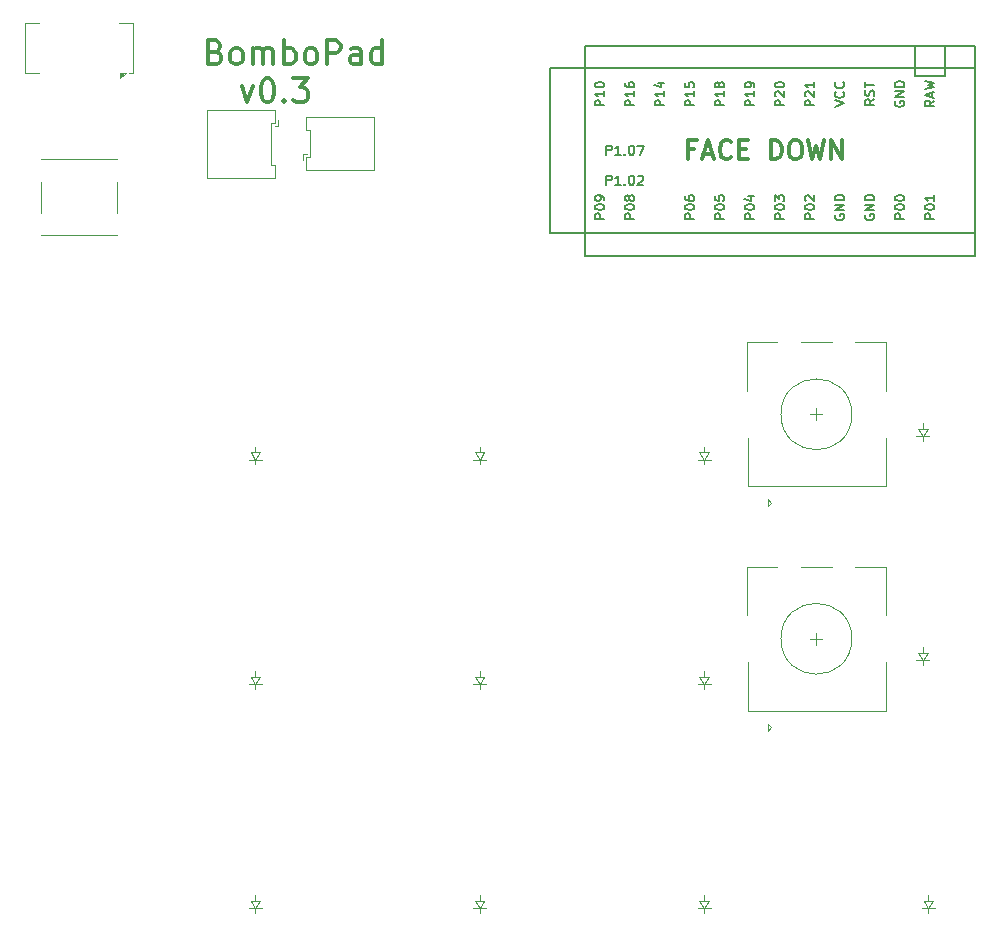
<source format=gbr>
%TF.GenerationSoftware,KiCad,Pcbnew,8.0.4*%
%TF.CreationDate,2024-09-01T19:46:58+02:00*%
%TF.ProjectId,bombopad,626f6d62-6f70-4616-942e-6b696361645f,v1.0.0*%
%TF.SameCoordinates,Original*%
%TF.FileFunction,Legend,Top*%
%TF.FilePolarity,Positive*%
%FSLAX46Y46*%
G04 Gerber Fmt 4.6, Leading zero omitted, Abs format (unit mm)*
G04 Created by KiCad (PCBNEW 8.0.4) date 2024-09-01 19:46:58*
%MOMM*%
%LPD*%
G01*
G04 APERTURE LIST*
%ADD10C,0.300000*%
%ADD11C,0.150000*%
%ADD12C,0.120000*%
%ADD13C,0.100000*%
G04 APERTURE END LIST*
D10*
X37281225Y-19754531D02*
X37566939Y-19849769D01*
X37566939Y-19849769D02*
X37662177Y-19945007D01*
X37662177Y-19945007D02*
X37757415Y-20135483D01*
X37757415Y-20135483D02*
X37757415Y-20421197D01*
X37757415Y-20421197D02*
X37662177Y-20611673D01*
X37662177Y-20611673D02*
X37566939Y-20706912D01*
X37566939Y-20706912D02*
X37376463Y-20802150D01*
X37376463Y-20802150D02*
X36614558Y-20802150D01*
X36614558Y-20802150D02*
X36614558Y-18802150D01*
X36614558Y-18802150D02*
X37281225Y-18802150D01*
X37281225Y-18802150D02*
X37471701Y-18897388D01*
X37471701Y-18897388D02*
X37566939Y-18992626D01*
X37566939Y-18992626D02*
X37662177Y-19183102D01*
X37662177Y-19183102D02*
X37662177Y-19373578D01*
X37662177Y-19373578D02*
X37566939Y-19564054D01*
X37566939Y-19564054D02*
X37471701Y-19659292D01*
X37471701Y-19659292D02*
X37281225Y-19754531D01*
X37281225Y-19754531D02*
X36614558Y-19754531D01*
X38900272Y-20802150D02*
X38709796Y-20706912D01*
X38709796Y-20706912D02*
X38614558Y-20611673D01*
X38614558Y-20611673D02*
X38519320Y-20421197D01*
X38519320Y-20421197D02*
X38519320Y-19849769D01*
X38519320Y-19849769D02*
X38614558Y-19659292D01*
X38614558Y-19659292D02*
X38709796Y-19564054D01*
X38709796Y-19564054D02*
X38900272Y-19468816D01*
X38900272Y-19468816D02*
X39185987Y-19468816D01*
X39185987Y-19468816D02*
X39376463Y-19564054D01*
X39376463Y-19564054D02*
X39471701Y-19659292D01*
X39471701Y-19659292D02*
X39566939Y-19849769D01*
X39566939Y-19849769D02*
X39566939Y-20421197D01*
X39566939Y-20421197D02*
X39471701Y-20611673D01*
X39471701Y-20611673D02*
X39376463Y-20706912D01*
X39376463Y-20706912D02*
X39185987Y-20802150D01*
X39185987Y-20802150D02*
X38900272Y-20802150D01*
X40424082Y-20802150D02*
X40424082Y-19468816D01*
X40424082Y-19659292D02*
X40519320Y-19564054D01*
X40519320Y-19564054D02*
X40709796Y-19468816D01*
X40709796Y-19468816D02*
X40995511Y-19468816D01*
X40995511Y-19468816D02*
X41185987Y-19564054D01*
X41185987Y-19564054D02*
X41281225Y-19754531D01*
X41281225Y-19754531D02*
X41281225Y-20802150D01*
X41281225Y-19754531D02*
X41376463Y-19564054D01*
X41376463Y-19564054D02*
X41566939Y-19468816D01*
X41566939Y-19468816D02*
X41852653Y-19468816D01*
X41852653Y-19468816D02*
X42043130Y-19564054D01*
X42043130Y-19564054D02*
X42138368Y-19754531D01*
X42138368Y-19754531D02*
X42138368Y-20802150D01*
X43090749Y-20802150D02*
X43090749Y-18802150D01*
X43090749Y-19564054D02*
X43281225Y-19468816D01*
X43281225Y-19468816D02*
X43662178Y-19468816D01*
X43662178Y-19468816D02*
X43852654Y-19564054D01*
X43852654Y-19564054D02*
X43947892Y-19659292D01*
X43947892Y-19659292D02*
X44043130Y-19849769D01*
X44043130Y-19849769D02*
X44043130Y-20421197D01*
X44043130Y-20421197D02*
X43947892Y-20611673D01*
X43947892Y-20611673D02*
X43852654Y-20706912D01*
X43852654Y-20706912D02*
X43662178Y-20802150D01*
X43662178Y-20802150D02*
X43281225Y-20802150D01*
X43281225Y-20802150D02*
X43090749Y-20706912D01*
X45185987Y-20802150D02*
X44995511Y-20706912D01*
X44995511Y-20706912D02*
X44900273Y-20611673D01*
X44900273Y-20611673D02*
X44805035Y-20421197D01*
X44805035Y-20421197D02*
X44805035Y-19849769D01*
X44805035Y-19849769D02*
X44900273Y-19659292D01*
X44900273Y-19659292D02*
X44995511Y-19564054D01*
X44995511Y-19564054D02*
X45185987Y-19468816D01*
X45185987Y-19468816D02*
X45471702Y-19468816D01*
X45471702Y-19468816D02*
X45662178Y-19564054D01*
X45662178Y-19564054D02*
X45757416Y-19659292D01*
X45757416Y-19659292D02*
X45852654Y-19849769D01*
X45852654Y-19849769D02*
X45852654Y-20421197D01*
X45852654Y-20421197D02*
X45757416Y-20611673D01*
X45757416Y-20611673D02*
X45662178Y-20706912D01*
X45662178Y-20706912D02*
X45471702Y-20802150D01*
X45471702Y-20802150D02*
X45185987Y-20802150D01*
X46709797Y-20802150D02*
X46709797Y-18802150D01*
X46709797Y-18802150D02*
X47471702Y-18802150D01*
X47471702Y-18802150D02*
X47662178Y-18897388D01*
X47662178Y-18897388D02*
X47757416Y-18992626D01*
X47757416Y-18992626D02*
X47852654Y-19183102D01*
X47852654Y-19183102D02*
X47852654Y-19468816D01*
X47852654Y-19468816D02*
X47757416Y-19659292D01*
X47757416Y-19659292D02*
X47662178Y-19754531D01*
X47662178Y-19754531D02*
X47471702Y-19849769D01*
X47471702Y-19849769D02*
X46709797Y-19849769D01*
X49566940Y-20802150D02*
X49566940Y-19754531D01*
X49566940Y-19754531D02*
X49471702Y-19564054D01*
X49471702Y-19564054D02*
X49281226Y-19468816D01*
X49281226Y-19468816D02*
X48900273Y-19468816D01*
X48900273Y-19468816D02*
X48709797Y-19564054D01*
X49566940Y-20706912D02*
X49376464Y-20802150D01*
X49376464Y-20802150D02*
X48900273Y-20802150D01*
X48900273Y-20802150D02*
X48709797Y-20706912D01*
X48709797Y-20706912D02*
X48614559Y-20516435D01*
X48614559Y-20516435D02*
X48614559Y-20325959D01*
X48614559Y-20325959D02*
X48709797Y-20135483D01*
X48709797Y-20135483D02*
X48900273Y-20040245D01*
X48900273Y-20040245D02*
X49376464Y-20040245D01*
X49376464Y-20040245D02*
X49566940Y-19945007D01*
X51376464Y-20802150D02*
X51376464Y-18802150D01*
X51376464Y-20706912D02*
X51185988Y-20802150D01*
X51185988Y-20802150D02*
X50805035Y-20802150D01*
X50805035Y-20802150D02*
X50614559Y-20706912D01*
X50614559Y-20706912D02*
X50519321Y-20611673D01*
X50519321Y-20611673D02*
X50424083Y-20421197D01*
X50424083Y-20421197D02*
X50424083Y-19849769D01*
X50424083Y-19849769D02*
X50519321Y-19659292D01*
X50519321Y-19659292D02*
X50614559Y-19564054D01*
X50614559Y-19564054D02*
X50805035Y-19468816D01*
X50805035Y-19468816D02*
X51185988Y-19468816D01*
X51185988Y-19468816D02*
X51376464Y-19564054D01*
X39471702Y-22688704D02*
X39947892Y-24022038D01*
X39947892Y-24022038D02*
X40424083Y-22688704D01*
X41566940Y-22022038D02*
X41757417Y-22022038D01*
X41757417Y-22022038D02*
X41947893Y-22117276D01*
X41947893Y-22117276D02*
X42043131Y-22212514D01*
X42043131Y-22212514D02*
X42138369Y-22402990D01*
X42138369Y-22402990D02*
X42233607Y-22783942D01*
X42233607Y-22783942D02*
X42233607Y-23260133D01*
X42233607Y-23260133D02*
X42138369Y-23641085D01*
X42138369Y-23641085D02*
X42043131Y-23831561D01*
X42043131Y-23831561D02*
X41947893Y-23926800D01*
X41947893Y-23926800D02*
X41757417Y-24022038D01*
X41757417Y-24022038D02*
X41566940Y-24022038D01*
X41566940Y-24022038D02*
X41376464Y-23926800D01*
X41376464Y-23926800D02*
X41281226Y-23831561D01*
X41281226Y-23831561D02*
X41185988Y-23641085D01*
X41185988Y-23641085D02*
X41090750Y-23260133D01*
X41090750Y-23260133D02*
X41090750Y-22783942D01*
X41090750Y-22783942D02*
X41185988Y-22402990D01*
X41185988Y-22402990D02*
X41281226Y-22212514D01*
X41281226Y-22212514D02*
X41376464Y-22117276D01*
X41376464Y-22117276D02*
X41566940Y-22022038D01*
X43090750Y-23831561D02*
X43185988Y-23926800D01*
X43185988Y-23926800D02*
X43090750Y-24022038D01*
X43090750Y-24022038D02*
X42995512Y-23926800D01*
X42995512Y-23926800D02*
X43090750Y-23831561D01*
X43090750Y-23831561D02*
X43090750Y-24022038D01*
X43852655Y-22022038D02*
X45090750Y-22022038D01*
X45090750Y-22022038D02*
X44424083Y-22783942D01*
X44424083Y-22783942D02*
X44709798Y-22783942D01*
X44709798Y-22783942D02*
X44900274Y-22879180D01*
X44900274Y-22879180D02*
X44995512Y-22974419D01*
X44995512Y-22974419D02*
X45090750Y-23164895D01*
X45090750Y-23164895D02*
X45090750Y-23641085D01*
X45090750Y-23641085D02*
X44995512Y-23831561D01*
X44995512Y-23831561D02*
X44900274Y-23926800D01*
X44900274Y-23926800D02*
X44709798Y-24022038D01*
X44709798Y-24022038D02*
X44138369Y-24022038D01*
X44138369Y-24022038D02*
X43947893Y-23926800D01*
X43947893Y-23926800D02*
X43852655Y-23831561D01*
D11*
X98127295Y-23894380D02*
X97746342Y-24161047D01*
X98127295Y-24351523D02*
X97327295Y-24351523D01*
X97327295Y-24351523D02*
X97327295Y-24046761D01*
X97327295Y-24046761D02*
X97365390Y-23970571D01*
X97365390Y-23970571D02*
X97403485Y-23932476D01*
X97403485Y-23932476D02*
X97479676Y-23894380D01*
X97479676Y-23894380D02*
X97593961Y-23894380D01*
X97593961Y-23894380D02*
X97670152Y-23932476D01*
X97670152Y-23932476D02*
X97708247Y-23970571D01*
X97708247Y-23970571D02*
X97746342Y-24046761D01*
X97746342Y-24046761D02*
X97746342Y-24351523D01*
X97898723Y-23589619D02*
X97898723Y-23208666D01*
X98127295Y-23665809D02*
X97327295Y-23399142D01*
X97327295Y-23399142D02*
X98127295Y-23132476D01*
X97327295Y-22942000D02*
X98127295Y-22751524D01*
X98127295Y-22751524D02*
X97555866Y-22599143D01*
X97555866Y-22599143D02*
X98127295Y-22446762D01*
X98127295Y-22446762D02*
X97327295Y-22256286D01*
X72727295Y-24313428D02*
X71927295Y-24313428D01*
X71927295Y-24313428D02*
X71927295Y-24008666D01*
X71927295Y-24008666D02*
X71965390Y-23932476D01*
X71965390Y-23932476D02*
X72003485Y-23894381D01*
X72003485Y-23894381D02*
X72079676Y-23856285D01*
X72079676Y-23856285D02*
X72193961Y-23856285D01*
X72193961Y-23856285D02*
X72270152Y-23894381D01*
X72270152Y-23894381D02*
X72308247Y-23932476D01*
X72308247Y-23932476D02*
X72346342Y-24008666D01*
X72346342Y-24008666D02*
X72346342Y-24313428D01*
X72727295Y-23094381D02*
X72727295Y-23551524D01*
X72727295Y-23322952D02*
X71927295Y-23322952D01*
X71927295Y-23322952D02*
X72041580Y-23399143D01*
X72041580Y-23399143D02*
X72117771Y-23475333D01*
X72117771Y-23475333D02*
X72155866Y-23551524D01*
X71927295Y-22408666D02*
X71927295Y-22561047D01*
X71927295Y-22561047D02*
X71965390Y-22637238D01*
X71965390Y-22637238D02*
X72003485Y-22675333D01*
X72003485Y-22675333D02*
X72117771Y-22751523D01*
X72117771Y-22751523D02*
X72270152Y-22789619D01*
X72270152Y-22789619D02*
X72574914Y-22789619D01*
X72574914Y-22789619D02*
X72651104Y-22751523D01*
X72651104Y-22751523D02*
X72689200Y-22713428D01*
X72689200Y-22713428D02*
X72727295Y-22637238D01*
X72727295Y-22637238D02*
X72727295Y-22484857D01*
X72727295Y-22484857D02*
X72689200Y-22408666D01*
X72689200Y-22408666D02*
X72651104Y-22370571D01*
X72651104Y-22370571D02*
X72574914Y-22332476D01*
X72574914Y-22332476D02*
X72384438Y-22332476D01*
X72384438Y-22332476D02*
X72308247Y-22370571D01*
X72308247Y-22370571D02*
X72270152Y-22408666D01*
X72270152Y-22408666D02*
X72232057Y-22484857D01*
X72232057Y-22484857D02*
X72232057Y-22637238D01*
X72232057Y-22637238D02*
X72270152Y-22713428D01*
X72270152Y-22713428D02*
X72308247Y-22751523D01*
X72308247Y-22751523D02*
X72384438Y-22789619D01*
X85427295Y-24313428D02*
X84627295Y-24313428D01*
X84627295Y-24313428D02*
X84627295Y-24008666D01*
X84627295Y-24008666D02*
X84665390Y-23932476D01*
X84665390Y-23932476D02*
X84703485Y-23894381D01*
X84703485Y-23894381D02*
X84779676Y-23856285D01*
X84779676Y-23856285D02*
X84893961Y-23856285D01*
X84893961Y-23856285D02*
X84970152Y-23894381D01*
X84970152Y-23894381D02*
X85008247Y-23932476D01*
X85008247Y-23932476D02*
X85046342Y-24008666D01*
X85046342Y-24008666D02*
X85046342Y-24313428D01*
X84703485Y-23551524D02*
X84665390Y-23513428D01*
X84665390Y-23513428D02*
X84627295Y-23437238D01*
X84627295Y-23437238D02*
X84627295Y-23246762D01*
X84627295Y-23246762D02*
X84665390Y-23170571D01*
X84665390Y-23170571D02*
X84703485Y-23132476D01*
X84703485Y-23132476D02*
X84779676Y-23094381D01*
X84779676Y-23094381D02*
X84855866Y-23094381D01*
X84855866Y-23094381D02*
X84970152Y-23132476D01*
X84970152Y-23132476D02*
X85427295Y-23589619D01*
X85427295Y-23589619D02*
X85427295Y-23094381D01*
X84627295Y-22599142D02*
X84627295Y-22522952D01*
X84627295Y-22522952D02*
X84665390Y-22446761D01*
X84665390Y-22446761D02*
X84703485Y-22408666D01*
X84703485Y-22408666D02*
X84779676Y-22370571D01*
X84779676Y-22370571D02*
X84932057Y-22332476D01*
X84932057Y-22332476D02*
X85122533Y-22332476D01*
X85122533Y-22332476D02*
X85274914Y-22370571D01*
X85274914Y-22370571D02*
X85351104Y-22408666D01*
X85351104Y-22408666D02*
X85389200Y-22446761D01*
X85389200Y-22446761D02*
X85427295Y-22522952D01*
X85427295Y-22522952D02*
X85427295Y-22599142D01*
X85427295Y-22599142D02*
X85389200Y-22675333D01*
X85389200Y-22675333D02*
X85351104Y-22713428D01*
X85351104Y-22713428D02*
X85274914Y-22751523D01*
X85274914Y-22751523D02*
X85122533Y-22789619D01*
X85122533Y-22789619D02*
X84932057Y-22789619D01*
X84932057Y-22789619D02*
X84779676Y-22751523D01*
X84779676Y-22751523D02*
X84703485Y-22713428D01*
X84703485Y-22713428D02*
X84665390Y-22675333D01*
X84665390Y-22675333D02*
X84627295Y-22599142D01*
X70362143Y-28504295D02*
X70362143Y-27704295D01*
X70362143Y-27704295D02*
X70666905Y-27704295D01*
X70666905Y-27704295D02*
X70743095Y-27742390D01*
X70743095Y-27742390D02*
X70781190Y-27780485D01*
X70781190Y-27780485D02*
X70819286Y-27856676D01*
X70819286Y-27856676D02*
X70819286Y-27970961D01*
X70819286Y-27970961D02*
X70781190Y-28047152D01*
X70781190Y-28047152D02*
X70743095Y-28085247D01*
X70743095Y-28085247D02*
X70666905Y-28123342D01*
X70666905Y-28123342D02*
X70362143Y-28123342D01*
X71581190Y-28504295D02*
X71124047Y-28504295D01*
X71352619Y-28504295D02*
X71352619Y-27704295D01*
X71352619Y-27704295D02*
X71276428Y-27818580D01*
X71276428Y-27818580D02*
X71200238Y-27894771D01*
X71200238Y-27894771D02*
X71124047Y-27932866D01*
X71924048Y-28428104D02*
X71962143Y-28466200D01*
X71962143Y-28466200D02*
X71924048Y-28504295D01*
X71924048Y-28504295D02*
X71885952Y-28466200D01*
X71885952Y-28466200D02*
X71924048Y-28428104D01*
X71924048Y-28428104D02*
X71924048Y-28504295D01*
X72457381Y-27704295D02*
X72533571Y-27704295D01*
X72533571Y-27704295D02*
X72609762Y-27742390D01*
X72609762Y-27742390D02*
X72647857Y-27780485D01*
X72647857Y-27780485D02*
X72685952Y-27856676D01*
X72685952Y-27856676D02*
X72724047Y-28009057D01*
X72724047Y-28009057D02*
X72724047Y-28199533D01*
X72724047Y-28199533D02*
X72685952Y-28351914D01*
X72685952Y-28351914D02*
X72647857Y-28428104D01*
X72647857Y-28428104D02*
X72609762Y-28466200D01*
X72609762Y-28466200D02*
X72533571Y-28504295D01*
X72533571Y-28504295D02*
X72457381Y-28504295D01*
X72457381Y-28504295D02*
X72381190Y-28466200D01*
X72381190Y-28466200D02*
X72343095Y-28428104D01*
X72343095Y-28428104D02*
X72305000Y-28351914D01*
X72305000Y-28351914D02*
X72266904Y-28199533D01*
X72266904Y-28199533D02*
X72266904Y-28009057D01*
X72266904Y-28009057D02*
X72305000Y-27856676D01*
X72305000Y-27856676D02*
X72343095Y-27780485D01*
X72343095Y-27780485D02*
X72381190Y-27742390D01*
X72381190Y-27742390D02*
X72457381Y-27704295D01*
X72990714Y-27704295D02*
X73524048Y-27704295D01*
X73524048Y-27704295D02*
X73181190Y-28504295D01*
X98127295Y-33913428D02*
X97327295Y-33913428D01*
X97327295Y-33913428D02*
X97327295Y-33608666D01*
X97327295Y-33608666D02*
X97365390Y-33532476D01*
X97365390Y-33532476D02*
X97403485Y-33494381D01*
X97403485Y-33494381D02*
X97479676Y-33456285D01*
X97479676Y-33456285D02*
X97593961Y-33456285D01*
X97593961Y-33456285D02*
X97670152Y-33494381D01*
X97670152Y-33494381D02*
X97708247Y-33532476D01*
X97708247Y-33532476D02*
X97746342Y-33608666D01*
X97746342Y-33608666D02*
X97746342Y-33913428D01*
X97327295Y-32961047D02*
X97327295Y-32884857D01*
X97327295Y-32884857D02*
X97365390Y-32808666D01*
X97365390Y-32808666D02*
X97403485Y-32770571D01*
X97403485Y-32770571D02*
X97479676Y-32732476D01*
X97479676Y-32732476D02*
X97632057Y-32694381D01*
X97632057Y-32694381D02*
X97822533Y-32694381D01*
X97822533Y-32694381D02*
X97974914Y-32732476D01*
X97974914Y-32732476D02*
X98051104Y-32770571D01*
X98051104Y-32770571D02*
X98089200Y-32808666D01*
X98089200Y-32808666D02*
X98127295Y-32884857D01*
X98127295Y-32884857D02*
X98127295Y-32961047D01*
X98127295Y-32961047D02*
X98089200Y-33037238D01*
X98089200Y-33037238D02*
X98051104Y-33075333D01*
X98051104Y-33075333D02*
X97974914Y-33113428D01*
X97974914Y-33113428D02*
X97822533Y-33151524D01*
X97822533Y-33151524D02*
X97632057Y-33151524D01*
X97632057Y-33151524D02*
X97479676Y-33113428D01*
X97479676Y-33113428D02*
X97403485Y-33075333D01*
X97403485Y-33075333D02*
X97365390Y-33037238D01*
X97365390Y-33037238D02*
X97327295Y-32961047D01*
X98127295Y-31932476D02*
X98127295Y-32389619D01*
X98127295Y-32161047D02*
X97327295Y-32161047D01*
X97327295Y-32161047D02*
X97441580Y-32237238D01*
X97441580Y-32237238D02*
X97517771Y-32313428D01*
X97517771Y-32313428D02*
X97555866Y-32389619D01*
X82887295Y-33913428D02*
X82087295Y-33913428D01*
X82087295Y-33913428D02*
X82087295Y-33608666D01*
X82087295Y-33608666D02*
X82125390Y-33532476D01*
X82125390Y-33532476D02*
X82163485Y-33494381D01*
X82163485Y-33494381D02*
X82239676Y-33456285D01*
X82239676Y-33456285D02*
X82353961Y-33456285D01*
X82353961Y-33456285D02*
X82430152Y-33494381D01*
X82430152Y-33494381D02*
X82468247Y-33532476D01*
X82468247Y-33532476D02*
X82506342Y-33608666D01*
X82506342Y-33608666D02*
X82506342Y-33913428D01*
X82087295Y-32961047D02*
X82087295Y-32884857D01*
X82087295Y-32884857D02*
X82125390Y-32808666D01*
X82125390Y-32808666D02*
X82163485Y-32770571D01*
X82163485Y-32770571D02*
X82239676Y-32732476D01*
X82239676Y-32732476D02*
X82392057Y-32694381D01*
X82392057Y-32694381D02*
X82582533Y-32694381D01*
X82582533Y-32694381D02*
X82734914Y-32732476D01*
X82734914Y-32732476D02*
X82811104Y-32770571D01*
X82811104Y-32770571D02*
X82849200Y-32808666D01*
X82849200Y-32808666D02*
X82887295Y-32884857D01*
X82887295Y-32884857D02*
X82887295Y-32961047D01*
X82887295Y-32961047D02*
X82849200Y-33037238D01*
X82849200Y-33037238D02*
X82811104Y-33075333D01*
X82811104Y-33075333D02*
X82734914Y-33113428D01*
X82734914Y-33113428D02*
X82582533Y-33151524D01*
X82582533Y-33151524D02*
X82392057Y-33151524D01*
X82392057Y-33151524D02*
X82239676Y-33113428D01*
X82239676Y-33113428D02*
X82163485Y-33075333D01*
X82163485Y-33075333D02*
X82125390Y-33037238D01*
X82125390Y-33037238D02*
X82087295Y-32961047D01*
X82353961Y-32008666D02*
X82887295Y-32008666D01*
X82049200Y-32199142D02*
X82620628Y-32389619D01*
X82620628Y-32389619D02*
X82620628Y-31894380D01*
X70362143Y-31044295D02*
X70362143Y-30244295D01*
X70362143Y-30244295D02*
X70666905Y-30244295D01*
X70666905Y-30244295D02*
X70743095Y-30282390D01*
X70743095Y-30282390D02*
X70781190Y-30320485D01*
X70781190Y-30320485D02*
X70819286Y-30396676D01*
X70819286Y-30396676D02*
X70819286Y-30510961D01*
X70819286Y-30510961D02*
X70781190Y-30587152D01*
X70781190Y-30587152D02*
X70743095Y-30625247D01*
X70743095Y-30625247D02*
X70666905Y-30663342D01*
X70666905Y-30663342D02*
X70362143Y-30663342D01*
X71581190Y-31044295D02*
X71124047Y-31044295D01*
X71352619Y-31044295D02*
X71352619Y-30244295D01*
X71352619Y-30244295D02*
X71276428Y-30358580D01*
X71276428Y-30358580D02*
X71200238Y-30434771D01*
X71200238Y-30434771D02*
X71124047Y-30472866D01*
X71924048Y-30968104D02*
X71962143Y-31006200D01*
X71962143Y-31006200D02*
X71924048Y-31044295D01*
X71924048Y-31044295D02*
X71885952Y-31006200D01*
X71885952Y-31006200D02*
X71924048Y-30968104D01*
X71924048Y-30968104D02*
X71924048Y-31044295D01*
X72457381Y-30244295D02*
X72533571Y-30244295D01*
X72533571Y-30244295D02*
X72609762Y-30282390D01*
X72609762Y-30282390D02*
X72647857Y-30320485D01*
X72647857Y-30320485D02*
X72685952Y-30396676D01*
X72685952Y-30396676D02*
X72724047Y-30549057D01*
X72724047Y-30549057D02*
X72724047Y-30739533D01*
X72724047Y-30739533D02*
X72685952Y-30891914D01*
X72685952Y-30891914D02*
X72647857Y-30968104D01*
X72647857Y-30968104D02*
X72609762Y-31006200D01*
X72609762Y-31006200D02*
X72533571Y-31044295D01*
X72533571Y-31044295D02*
X72457381Y-31044295D01*
X72457381Y-31044295D02*
X72381190Y-31006200D01*
X72381190Y-31006200D02*
X72343095Y-30968104D01*
X72343095Y-30968104D02*
X72305000Y-30891914D01*
X72305000Y-30891914D02*
X72266904Y-30739533D01*
X72266904Y-30739533D02*
X72266904Y-30549057D01*
X72266904Y-30549057D02*
X72305000Y-30396676D01*
X72305000Y-30396676D02*
X72343095Y-30320485D01*
X72343095Y-30320485D02*
X72381190Y-30282390D01*
X72381190Y-30282390D02*
X72457381Y-30244295D01*
X73028809Y-30320485D02*
X73066905Y-30282390D01*
X73066905Y-30282390D02*
X73143095Y-30244295D01*
X73143095Y-30244295D02*
X73333571Y-30244295D01*
X73333571Y-30244295D02*
X73409762Y-30282390D01*
X73409762Y-30282390D02*
X73447857Y-30320485D01*
X73447857Y-30320485D02*
X73485952Y-30396676D01*
X73485952Y-30396676D02*
X73485952Y-30472866D01*
X73485952Y-30472866D02*
X73447857Y-30587152D01*
X73447857Y-30587152D02*
X72990714Y-31044295D01*
X72990714Y-31044295D02*
X73485952Y-31044295D01*
X92285390Y-33551523D02*
X92247295Y-33627713D01*
X92247295Y-33627713D02*
X92247295Y-33741999D01*
X92247295Y-33741999D02*
X92285390Y-33856285D01*
X92285390Y-33856285D02*
X92361580Y-33932475D01*
X92361580Y-33932475D02*
X92437771Y-33970570D01*
X92437771Y-33970570D02*
X92590152Y-34008666D01*
X92590152Y-34008666D02*
X92704438Y-34008666D01*
X92704438Y-34008666D02*
X92856819Y-33970570D01*
X92856819Y-33970570D02*
X92933009Y-33932475D01*
X92933009Y-33932475D02*
X93009200Y-33856285D01*
X93009200Y-33856285D02*
X93047295Y-33741999D01*
X93047295Y-33741999D02*
X93047295Y-33665808D01*
X93047295Y-33665808D02*
X93009200Y-33551523D01*
X93009200Y-33551523D02*
X92971104Y-33513427D01*
X92971104Y-33513427D02*
X92704438Y-33513427D01*
X92704438Y-33513427D02*
X92704438Y-33665808D01*
X93047295Y-33170570D02*
X92247295Y-33170570D01*
X92247295Y-33170570D02*
X93047295Y-32713427D01*
X93047295Y-32713427D02*
X92247295Y-32713427D01*
X93047295Y-32332475D02*
X92247295Y-32332475D01*
X92247295Y-32332475D02*
X92247295Y-32141999D01*
X92247295Y-32141999D02*
X92285390Y-32027713D01*
X92285390Y-32027713D02*
X92361580Y-31951523D01*
X92361580Y-31951523D02*
X92437771Y-31913428D01*
X92437771Y-31913428D02*
X92590152Y-31875332D01*
X92590152Y-31875332D02*
X92704438Y-31875332D01*
X92704438Y-31875332D02*
X92856819Y-31913428D01*
X92856819Y-31913428D02*
X92933009Y-31951523D01*
X92933009Y-31951523D02*
X93009200Y-32027713D01*
X93009200Y-32027713D02*
X93047295Y-32141999D01*
X93047295Y-32141999D02*
X93047295Y-32332475D01*
X72727295Y-33913428D02*
X71927295Y-33913428D01*
X71927295Y-33913428D02*
X71927295Y-33608666D01*
X71927295Y-33608666D02*
X71965390Y-33532476D01*
X71965390Y-33532476D02*
X72003485Y-33494381D01*
X72003485Y-33494381D02*
X72079676Y-33456285D01*
X72079676Y-33456285D02*
X72193961Y-33456285D01*
X72193961Y-33456285D02*
X72270152Y-33494381D01*
X72270152Y-33494381D02*
X72308247Y-33532476D01*
X72308247Y-33532476D02*
X72346342Y-33608666D01*
X72346342Y-33608666D02*
X72346342Y-33913428D01*
X71927295Y-32961047D02*
X71927295Y-32884857D01*
X71927295Y-32884857D02*
X71965390Y-32808666D01*
X71965390Y-32808666D02*
X72003485Y-32770571D01*
X72003485Y-32770571D02*
X72079676Y-32732476D01*
X72079676Y-32732476D02*
X72232057Y-32694381D01*
X72232057Y-32694381D02*
X72422533Y-32694381D01*
X72422533Y-32694381D02*
X72574914Y-32732476D01*
X72574914Y-32732476D02*
X72651104Y-32770571D01*
X72651104Y-32770571D02*
X72689200Y-32808666D01*
X72689200Y-32808666D02*
X72727295Y-32884857D01*
X72727295Y-32884857D02*
X72727295Y-32961047D01*
X72727295Y-32961047D02*
X72689200Y-33037238D01*
X72689200Y-33037238D02*
X72651104Y-33075333D01*
X72651104Y-33075333D02*
X72574914Y-33113428D01*
X72574914Y-33113428D02*
X72422533Y-33151524D01*
X72422533Y-33151524D02*
X72232057Y-33151524D01*
X72232057Y-33151524D02*
X72079676Y-33113428D01*
X72079676Y-33113428D02*
X72003485Y-33075333D01*
X72003485Y-33075333D02*
X71965390Y-33037238D01*
X71965390Y-33037238D02*
X71927295Y-32961047D01*
X72270152Y-32237238D02*
X72232057Y-32313428D01*
X72232057Y-32313428D02*
X72193961Y-32351523D01*
X72193961Y-32351523D02*
X72117771Y-32389619D01*
X72117771Y-32389619D02*
X72079676Y-32389619D01*
X72079676Y-32389619D02*
X72003485Y-32351523D01*
X72003485Y-32351523D02*
X71965390Y-32313428D01*
X71965390Y-32313428D02*
X71927295Y-32237238D01*
X71927295Y-32237238D02*
X71927295Y-32084857D01*
X71927295Y-32084857D02*
X71965390Y-32008666D01*
X71965390Y-32008666D02*
X72003485Y-31970571D01*
X72003485Y-31970571D02*
X72079676Y-31932476D01*
X72079676Y-31932476D02*
X72117771Y-31932476D01*
X72117771Y-31932476D02*
X72193961Y-31970571D01*
X72193961Y-31970571D02*
X72232057Y-32008666D01*
X72232057Y-32008666D02*
X72270152Y-32084857D01*
X72270152Y-32084857D02*
X72270152Y-32237238D01*
X72270152Y-32237238D02*
X72308247Y-32313428D01*
X72308247Y-32313428D02*
X72346342Y-32351523D01*
X72346342Y-32351523D02*
X72422533Y-32389619D01*
X72422533Y-32389619D02*
X72574914Y-32389619D01*
X72574914Y-32389619D02*
X72651104Y-32351523D01*
X72651104Y-32351523D02*
X72689200Y-32313428D01*
X72689200Y-32313428D02*
X72727295Y-32237238D01*
X72727295Y-32237238D02*
X72727295Y-32084857D01*
X72727295Y-32084857D02*
X72689200Y-32008666D01*
X72689200Y-32008666D02*
X72651104Y-31970571D01*
X72651104Y-31970571D02*
X72574914Y-31932476D01*
X72574914Y-31932476D02*
X72422533Y-31932476D01*
X72422533Y-31932476D02*
X72346342Y-31970571D01*
X72346342Y-31970571D02*
X72308247Y-32008666D01*
X72308247Y-32008666D02*
X72270152Y-32084857D01*
D10*
X77814047Y-28028495D02*
X77280714Y-28028495D01*
X77280714Y-28866590D02*
X77280714Y-27266590D01*
X77280714Y-27266590D02*
X78042619Y-27266590D01*
X78575952Y-28409447D02*
X79337857Y-28409447D01*
X78423571Y-28866590D02*
X78956905Y-27266590D01*
X78956905Y-27266590D02*
X79490238Y-28866590D01*
X80937858Y-28714209D02*
X80861667Y-28790400D01*
X80861667Y-28790400D02*
X80633096Y-28866590D01*
X80633096Y-28866590D02*
X80480715Y-28866590D01*
X80480715Y-28866590D02*
X80252143Y-28790400D01*
X80252143Y-28790400D02*
X80099762Y-28638019D01*
X80099762Y-28638019D02*
X80023572Y-28485638D01*
X80023572Y-28485638D02*
X79947381Y-28180876D01*
X79947381Y-28180876D02*
X79947381Y-27952304D01*
X79947381Y-27952304D02*
X80023572Y-27647542D01*
X80023572Y-27647542D02*
X80099762Y-27495161D01*
X80099762Y-27495161D02*
X80252143Y-27342780D01*
X80252143Y-27342780D02*
X80480715Y-27266590D01*
X80480715Y-27266590D02*
X80633096Y-27266590D01*
X80633096Y-27266590D02*
X80861667Y-27342780D01*
X80861667Y-27342780D02*
X80937858Y-27418971D01*
X81623572Y-28028495D02*
X82156905Y-28028495D01*
X82385477Y-28866590D02*
X81623572Y-28866590D01*
X81623572Y-28866590D02*
X81623572Y-27266590D01*
X81623572Y-27266590D02*
X82385477Y-27266590D01*
X84290239Y-28866590D02*
X84290239Y-27266590D01*
X84290239Y-27266590D02*
X84671191Y-27266590D01*
X84671191Y-27266590D02*
X84899763Y-27342780D01*
X84899763Y-27342780D02*
X85052144Y-27495161D01*
X85052144Y-27495161D02*
X85128334Y-27647542D01*
X85128334Y-27647542D02*
X85204525Y-27952304D01*
X85204525Y-27952304D02*
X85204525Y-28180876D01*
X85204525Y-28180876D02*
X85128334Y-28485638D01*
X85128334Y-28485638D02*
X85052144Y-28638019D01*
X85052144Y-28638019D02*
X84899763Y-28790400D01*
X84899763Y-28790400D02*
X84671191Y-28866590D01*
X84671191Y-28866590D02*
X84290239Y-28866590D01*
X86195001Y-27266590D02*
X86499763Y-27266590D01*
X86499763Y-27266590D02*
X86652144Y-27342780D01*
X86652144Y-27342780D02*
X86804525Y-27495161D01*
X86804525Y-27495161D02*
X86880715Y-27799923D01*
X86880715Y-27799923D02*
X86880715Y-28333257D01*
X86880715Y-28333257D02*
X86804525Y-28638019D01*
X86804525Y-28638019D02*
X86652144Y-28790400D01*
X86652144Y-28790400D02*
X86499763Y-28866590D01*
X86499763Y-28866590D02*
X86195001Y-28866590D01*
X86195001Y-28866590D02*
X86042620Y-28790400D01*
X86042620Y-28790400D02*
X85890239Y-28638019D01*
X85890239Y-28638019D02*
X85814048Y-28333257D01*
X85814048Y-28333257D02*
X85814048Y-27799923D01*
X85814048Y-27799923D02*
X85890239Y-27495161D01*
X85890239Y-27495161D02*
X86042620Y-27342780D01*
X86042620Y-27342780D02*
X86195001Y-27266590D01*
X87414048Y-27266590D02*
X87795000Y-28866590D01*
X87795000Y-28866590D02*
X88099762Y-27723733D01*
X88099762Y-27723733D02*
X88404524Y-28866590D01*
X88404524Y-28866590D02*
X88785477Y-27266590D01*
X89395000Y-28866590D02*
X89395000Y-27266590D01*
X89395000Y-27266590D02*
X90309286Y-28866590D01*
X90309286Y-28866590D02*
X90309286Y-27266590D01*
D11*
X87967295Y-24313428D02*
X87167295Y-24313428D01*
X87167295Y-24313428D02*
X87167295Y-24008666D01*
X87167295Y-24008666D02*
X87205390Y-23932476D01*
X87205390Y-23932476D02*
X87243485Y-23894381D01*
X87243485Y-23894381D02*
X87319676Y-23856285D01*
X87319676Y-23856285D02*
X87433961Y-23856285D01*
X87433961Y-23856285D02*
X87510152Y-23894381D01*
X87510152Y-23894381D02*
X87548247Y-23932476D01*
X87548247Y-23932476D02*
X87586342Y-24008666D01*
X87586342Y-24008666D02*
X87586342Y-24313428D01*
X87243485Y-23551524D02*
X87205390Y-23513428D01*
X87205390Y-23513428D02*
X87167295Y-23437238D01*
X87167295Y-23437238D02*
X87167295Y-23246762D01*
X87167295Y-23246762D02*
X87205390Y-23170571D01*
X87205390Y-23170571D02*
X87243485Y-23132476D01*
X87243485Y-23132476D02*
X87319676Y-23094381D01*
X87319676Y-23094381D02*
X87395866Y-23094381D01*
X87395866Y-23094381D02*
X87510152Y-23132476D01*
X87510152Y-23132476D02*
X87967295Y-23589619D01*
X87967295Y-23589619D02*
X87967295Y-23094381D01*
X87967295Y-22332476D02*
X87967295Y-22789619D01*
X87967295Y-22561047D02*
X87167295Y-22561047D01*
X87167295Y-22561047D02*
X87281580Y-22637238D01*
X87281580Y-22637238D02*
X87357771Y-22713428D01*
X87357771Y-22713428D02*
X87395866Y-22789619D01*
X77807295Y-24313428D02*
X77007295Y-24313428D01*
X77007295Y-24313428D02*
X77007295Y-24008666D01*
X77007295Y-24008666D02*
X77045390Y-23932476D01*
X77045390Y-23932476D02*
X77083485Y-23894381D01*
X77083485Y-23894381D02*
X77159676Y-23856285D01*
X77159676Y-23856285D02*
X77273961Y-23856285D01*
X77273961Y-23856285D02*
X77350152Y-23894381D01*
X77350152Y-23894381D02*
X77388247Y-23932476D01*
X77388247Y-23932476D02*
X77426342Y-24008666D01*
X77426342Y-24008666D02*
X77426342Y-24313428D01*
X77807295Y-23094381D02*
X77807295Y-23551524D01*
X77807295Y-23322952D02*
X77007295Y-23322952D01*
X77007295Y-23322952D02*
X77121580Y-23399143D01*
X77121580Y-23399143D02*
X77197771Y-23475333D01*
X77197771Y-23475333D02*
X77235866Y-23551524D01*
X77007295Y-22370571D02*
X77007295Y-22751523D01*
X77007295Y-22751523D02*
X77388247Y-22789619D01*
X77388247Y-22789619D02*
X77350152Y-22751523D01*
X77350152Y-22751523D02*
X77312057Y-22675333D01*
X77312057Y-22675333D02*
X77312057Y-22484857D01*
X77312057Y-22484857D02*
X77350152Y-22408666D01*
X77350152Y-22408666D02*
X77388247Y-22370571D01*
X77388247Y-22370571D02*
X77464438Y-22332476D01*
X77464438Y-22332476D02*
X77654914Y-22332476D01*
X77654914Y-22332476D02*
X77731104Y-22370571D01*
X77731104Y-22370571D02*
X77769200Y-22408666D01*
X77769200Y-22408666D02*
X77807295Y-22484857D01*
X77807295Y-22484857D02*
X77807295Y-22675333D01*
X77807295Y-22675333D02*
X77769200Y-22751523D01*
X77769200Y-22751523D02*
X77731104Y-22789619D01*
X82887295Y-24313428D02*
X82087295Y-24313428D01*
X82087295Y-24313428D02*
X82087295Y-24008666D01*
X82087295Y-24008666D02*
X82125390Y-23932476D01*
X82125390Y-23932476D02*
X82163485Y-23894381D01*
X82163485Y-23894381D02*
X82239676Y-23856285D01*
X82239676Y-23856285D02*
X82353961Y-23856285D01*
X82353961Y-23856285D02*
X82430152Y-23894381D01*
X82430152Y-23894381D02*
X82468247Y-23932476D01*
X82468247Y-23932476D02*
X82506342Y-24008666D01*
X82506342Y-24008666D02*
X82506342Y-24313428D01*
X82887295Y-23094381D02*
X82887295Y-23551524D01*
X82887295Y-23322952D02*
X82087295Y-23322952D01*
X82087295Y-23322952D02*
X82201580Y-23399143D01*
X82201580Y-23399143D02*
X82277771Y-23475333D01*
X82277771Y-23475333D02*
X82315866Y-23551524D01*
X82887295Y-22713428D02*
X82887295Y-22561047D01*
X82887295Y-22561047D02*
X82849200Y-22484857D01*
X82849200Y-22484857D02*
X82811104Y-22446761D01*
X82811104Y-22446761D02*
X82696819Y-22370571D01*
X82696819Y-22370571D02*
X82544438Y-22332476D01*
X82544438Y-22332476D02*
X82239676Y-22332476D01*
X82239676Y-22332476D02*
X82163485Y-22370571D01*
X82163485Y-22370571D02*
X82125390Y-22408666D01*
X82125390Y-22408666D02*
X82087295Y-22484857D01*
X82087295Y-22484857D02*
X82087295Y-22637238D01*
X82087295Y-22637238D02*
X82125390Y-22713428D01*
X82125390Y-22713428D02*
X82163485Y-22751523D01*
X82163485Y-22751523D02*
X82239676Y-22789619D01*
X82239676Y-22789619D02*
X82430152Y-22789619D01*
X82430152Y-22789619D02*
X82506342Y-22751523D01*
X82506342Y-22751523D02*
X82544438Y-22713428D01*
X82544438Y-22713428D02*
X82582533Y-22637238D01*
X82582533Y-22637238D02*
X82582533Y-22484857D01*
X82582533Y-22484857D02*
X82544438Y-22408666D01*
X82544438Y-22408666D02*
X82506342Y-22370571D01*
X82506342Y-22370571D02*
X82430152Y-22332476D01*
X75267295Y-24313428D02*
X74467295Y-24313428D01*
X74467295Y-24313428D02*
X74467295Y-24008666D01*
X74467295Y-24008666D02*
X74505390Y-23932476D01*
X74505390Y-23932476D02*
X74543485Y-23894381D01*
X74543485Y-23894381D02*
X74619676Y-23856285D01*
X74619676Y-23856285D02*
X74733961Y-23856285D01*
X74733961Y-23856285D02*
X74810152Y-23894381D01*
X74810152Y-23894381D02*
X74848247Y-23932476D01*
X74848247Y-23932476D02*
X74886342Y-24008666D01*
X74886342Y-24008666D02*
X74886342Y-24313428D01*
X75267295Y-23094381D02*
X75267295Y-23551524D01*
X75267295Y-23322952D02*
X74467295Y-23322952D01*
X74467295Y-23322952D02*
X74581580Y-23399143D01*
X74581580Y-23399143D02*
X74657771Y-23475333D01*
X74657771Y-23475333D02*
X74695866Y-23551524D01*
X74733961Y-22408666D02*
X75267295Y-22408666D01*
X74429200Y-22599142D02*
X75000628Y-22789619D01*
X75000628Y-22789619D02*
X75000628Y-22294380D01*
X95587295Y-33913428D02*
X94787295Y-33913428D01*
X94787295Y-33913428D02*
X94787295Y-33608666D01*
X94787295Y-33608666D02*
X94825390Y-33532476D01*
X94825390Y-33532476D02*
X94863485Y-33494381D01*
X94863485Y-33494381D02*
X94939676Y-33456285D01*
X94939676Y-33456285D02*
X95053961Y-33456285D01*
X95053961Y-33456285D02*
X95130152Y-33494381D01*
X95130152Y-33494381D02*
X95168247Y-33532476D01*
X95168247Y-33532476D02*
X95206342Y-33608666D01*
X95206342Y-33608666D02*
X95206342Y-33913428D01*
X94787295Y-32961047D02*
X94787295Y-32884857D01*
X94787295Y-32884857D02*
X94825390Y-32808666D01*
X94825390Y-32808666D02*
X94863485Y-32770571D01*
X94863485Y-32770571D02*
X94939676Y-32732476D01*
X94939676Y-32732476D02*
X95092057Y-32694381D01*
X95092057Y-32694381D02*
X95282533Y-32694381D01*
X95282533Y-32694381D02*
X95434914Y-32732476D01*
X95434914Y-32732476D02*
X95511104Y-32770571D01*
X95511104Y-32770571D02*
X95549200Y-32808666D01*
X95549200Y-32808666D02*
X95587295Y-32884857D01*
X95587295Y-32884857D02*
X95587295Y-32961047D01*
X95587295Y-32961047D02*
X95549200Y-33037238D01*
X95549200Y-33037238D02*
X95511104Y-33075333D01*
X95511104Y-33075333D02*
X95434914Y-33113428D01*
X95434914Y-33113428D02*
X95282533Y-33151524D01*
X95282533Y-33151524D02*
X95092057Y-33151524D01*
X95092057Y-33151524D02*
X94939676Y-33113428D01*
X94939676Y-33113428D02*
X94863485Y-33075333D01*
X94863485Y-33075333D02*
X94825390Y-33037238D01*
X94825390Y-33037238D02*
X94787295Y-32961047D01*
X94787295Y-32199142D02*
X94787295Y-32122952D01*
X94787295Y-32122952D02*
X94825390Y-32046761D01*
X94825390Y-32046761D02*
X94863485Y-32008666D01*
X94863485Y-32008666D02*
X94939676Y-31970571D01*
X94939676Y-31970571D02*
X95092057Y-31932476D01*
X95092057Y-31932476D02*
X95282533Y-31932476D01*
X95282533Y-31932476D02*
X95434914Y-31970571D01*
X95434914Y-31970571D02*
X95511104Y-32008666D01*
X95511104Y-32008666D02*
X95549200Y-32046761D01*
X95549200Y-32046761D02*
X95587295Y-32122952D01*
X95587295Y-32122952D02*
X95587295Y-32199142D01*
X95587295Y-32199142D02*
X95549200Y-32275333D01*
X95549200Y-32275333D02*
X95511104Y-32313428D01*
X95511104Y-32313428D02*
X95434914Y-32351523D01*
X95434914Y-32351523D02*
X95282533Y-32389619D01*
X95282533Y-32389619D02*
X95092057Y-32389619D01*
X95092057Y-32389619D02*
X94939676Y-32351523D01*
X94939676Y-32351523D02*
X94863485Y-32313428D01*
X94863485Y-32313428D02*
X94825390Y-32275333D01*
X94825390Y-32275333D02*
X94787295Y-32199142D01*
X70187295Y-33913428D02*
X69387295Y-33913428D01*
X69387295Y-33913428D02*
X69387295Y-33608666D01*
X69387295Y-33608666D02*
X69425390Y-33532476D01*
X69425390Y-33532476D02*
X69463485Y-33494381D01*
X69463485Y-33494381D02*
X69539676Y-33456285D01*
X69539676Y-33456285D02*
X69653961Y-33456285D01*
X69653961Y-33456285D02*
X69730152Y-33494381D01*
X69730152Y-33494381D02*
X69768247Y-33532476D01*
X69768247Y-33532476D02*
X69806342Y-33608666D01*
X69806342Y-33608666D02*
X69806342Y-33913428D01*
X69387295Y-32961047D02*
X69387295Y-32884857D01*
X69387295Y-32884857D02*
X69425390Y-32808666D01*
X69425390Y-32808666D02*
X69463485Y-32770571D01*
X69463485Y-32770571D02*
X69539676Y-32732476D01*
X69539676Y-32732476D02*
X69692057Y-32694381D01*
X69692057Y-32694381D02*
X69882533Y-32694381D01*
X69882533Y-32694381D02*
X70034914Y-32732476D01*
X70034914Y-32732476D02*
X70111104Y-32770571D01*
X70111104Y-32770571D02*
X70149200Y-32808666D01*
X70149200Y-32808666D02*
X70187295Y-32884857D01*
X70187295Y-32884857D02*
X70187295Y-32961047D01*
X70187295Y-32961047D02*
X70149200Y-33037238D01*
X70149200Y-33037238D02*
X70111104Y-33075333D01*
X70111104Y-33075333D02*
X70034914Y-33113428D01*
X70034914Y-33113428D02*
X69882533Y-33151524D01*
X69882533Y-33151524D02*
X69692057Y-33151524D01*
X69692057Y-33151524D02*
X69539676Y-33113428D01*
X69539676Y-33113428D02*
X69463485Y-33075333D01*
X69463485Y-33075333D02*
X69425390Y-33037238D01*
X69425390Y-33037238D02*
X69387295Y-32961047D01*
X70187295Y-32313428D02*
X70187295Y-32161047D01*
X70187295Y-32161047D02*
X70149200Y-32084857D01*
X70149200Y-32084857D02*
X70111104Y-32046761D01*
X70111104Y-32046761D02*
X69996819Y-31970571D01*
X69996819Y-31970571D02*
X69844438Y-31932476D01*
X69844438Y-31932476D02*
X69539676Y-31932476D01*
X69539676Y-31932476D02*
X69463485Y-31970571D01*
X69463485Y-31970571D02*
X69425390Y-32008666D01*
X69425390Y-32008666D02*
X69387295Y-32084857D01*
X69387295Y-32084857D02*
X69387295Y-32237238D01*
X69387295Y-32237238D02*
X69425390Y-32313428D01*
X69425390Y-32313428D02*
X69463485Y-32351523D01*
X69463485Y-32351523D02*
X69539676Y-32389619D01*
X69539676Y-32389619D02*
X69730152Y-32389619D01*
X69730152Y-32389619D02*
X69806342Y-32351523D01*
X69806342Y-32351523D02*
X69844438Y-32313428D01*
X69844438Y-32313428D02*
X69882533Y-32237238D01*
X69882533Y-32237238D02*
X69882533Y-32084857D01*
X69882533Y-32084857D02*
X69844438Y-32008666D01*
X69844438Y-32008666D02*
X69806342Y-31970571D01*
X69806342Y-31970571D02*
X69730152Y-31932476D01*
X87967295Y-33913428D02*
X87167295Y-33913428D01*
X87167295Y-33913428D02*
X87167295Y-33608666D01*
X87167295Y-33608666D02*
X87205390Y-33532476D01*
X87205390Y-33532476D02*
X87243485Y-33494381D01*
X87243485Y-33494381D02*
X87319676Y-33456285D01*
X87319676Y-33456285D02*
X87433961Y-33456285D01*
X87433961Y-33456285D02*
X87510152Y-33494381D01*
X87510152Y-33494381D02*
X87548247Y-33532476D01*
X87548247Y-33532476D02*
X87586342Y-33608666D01*
X87586342Y-33608666D02*
X87586342Y-33913428D01*
X87167295Y-32961047D02*
X87167295Y-32884857D01*
X87167295Y-32884857D02*
X87205390Y-32808666D01*
X87205390Y-32808666D02*
X87243485Y-32770571D01*
X87243485Y-32770571D02*
X87319676Y-32732476D01*
X87319676Y-32732476D02*
X87472057Y-32694381D01*
X87472057Y-32694381D02*
X87662533Y-32694381D01*
X87662533Y-32694381D02*
X87814914Y-32732476D01*
X87814914Y-32732476D02*
X87891104Y-32770571D01*
X87891104Y-32770571D02*
X87929200Y-32808666D01*
X87929200Y-32808666D02*
X87967295Y-32884857D01*
X87967295Y-32884857D02*
X87967295Y-32961047D01*
X87967295Y-32961047D02*
X87929200Y-33037238D01*
X87929200Y-33037238D02*
X87891104Y-33075333D01*
X87891104Y-33075333D02*
X87814914Y-33113428D01*
X87814914Y-33113428D02*
X87662533Y-33151524D01*
X87662533Y-33151524D02*
X87472057Y-33151524D01*
X87472057Y-33151524D02*
X87319676Y-33113428D01*
X87319676Y-33113428D02*
X87243485Y-33075333D01*
X87243485Y-33075333D02*
X87205390Y-33037238D01*
X87205390Y-33037238D02*
X87167295Y-32961047D01*
X87243485Y-32389619D02*
X87205390Y-32351523D01*
X87205390Y-32351523D02*
X87167295Y-32275333D01*
X87167295Y-32275333D02*
X87167295Y-32084857D01*
X87167295Y-32084857D02*
X87205390Y-32008666D01*
X87205390Y-32008666D02*
X87243485Y-31970571D01*
X87243485Y-31970571D02*
X87319676Y-31932476D01*
X87319676Y-31932476D02*
X87395866Y-31932476D01*
X87395866Y-31932476D02*
X87510152Y-31970571D01*
X87510152Y-31970571D02*
X87967295Y-32427714D01*
X87967295Y-32427714D02*
X87967295Y-31932476D01*
X70187295Y-24313428D02*
X69387295Y-24313428D01*
X69387295Y-24313428D02*
X69387295Y-24008666D01*
X69387295Y-24008666D02*
X69425390Y-23932476D01*
X69425390Y-23932476D02*
X69463485Y-23894381D01*
X69463485Y-23894381D02*
X69539676Y-23856285D01*
X69539676Y-23856285D02*
X69653961Y-23856285D01*
X69653961Y-23856285D02*
X69730152Y-23894381D01*
X69730152Y-23894381D02*
X69768247Y-23932476D01*
X69768247Y-23932476D02*
X69806342Y-24008666D01*
X69806342Y-24008666D02*
X69806342Y-24313428D01*
X70187295Y-23094381D02*
X70187295Y-23551524D01*
X70187295Y-23322952D02*
X69387295Y-23322952D01*
X69387295Y-23322952D02*
X69501580Y-23399143D01*
X69501580Y-23399143D02*
X69577771Y-23475333D01*
X69577771Y-23475333D02*
X69615866Y-23551524D01*
X69387295Y-22599142D02*
X69387295Y-22522952D01*
X69387295Y-22522952D02*
X69425390Y-22446761D01*
X69425390Y-22446761D02*
X69463485Y-22408666D01*
X69463485Y-22408666D02*
X69539676Y-22370571D01*
X69539676Y-22370571D02*
X69692057Y-22332476D01*
X69692057Y-22332476D02*
X69882533Y-22332476D01*
X69882533Y-22332476D02*
X70034914Y-22370571D01*
X70034914Y-22370571D02*
X70111104Y-22408666D01*
X70111104Y-22408666D02*
X70149200Y-22446761D01*
X70149200Y-22446761D02*
X70187295Y-22522952D01*
X70187295Y-22522952D02*
X70187295Y-22599142D01*
X70187295Y-22599142D02*
X70149200Y-22675333D01*
X70149200Y-22675333D02*
X70111104Y-22713428D01*
X70111104Y-22713428D02*
X70034914Y-22751523D01*
X70034914Y-22751523D02*
X69882533Y-22789619D01*
X69882533Y-22789619D02*
X69692057Y-22789619D01*
X69692057Y-22789619D02*
X69539676Y-22751523D01*
X69539676Y-22751523D02*
X69463485Y-22713428D01*
X69463485Y-22713428D02*
X69425390Y-22675333D01*
X69425390Y-22675333D02*
X69387295Y-22599142D01*
X80347295Y-24313428D02*
X79547295Y-24313428D01*
X79547295Y-24313428D02*
X79547295Y-24008666D01*
X79547295Y-24008666D02*
X79585390Y-23932476D01*
X79585390Y-23932476D02*
X79623485Y-23894381D01*
X79623485Y-23894381D02*
X79699676Y-23856285D01*
X79699676Y-23856285D02*
X79813961Y-23856285D01*
X79813961Y-23856285D02*
X79890152Y-23894381D01*
X79890152Y-23894381D02*
X79928247Y-23932476D01*
X79928247Y-23932476D02*
X79966342Y-24008666D01*
X79966342Y-24008666D02*
X79966342Y-24313428D01*
X80347295Y-23094381D02*
X80347295Y-23551524D01*
X80347295Y-23322952D02*
X79547295Y-23322952D01*
X79547295Y-23322952D02*
X79661580Y-23399143D01*
X79661580Y-23399143D02*
X79737771Y-23475333D01*
X79737771Y-23475333D02*
X79775866Y-23551524D01*
X79890152Y-22637238D02*
X79852057Y-22713428D01*
X79852057Y-22713428D02*
X79813961Y-22751523D01*
X79813961Y-22751523D02*
X79737771Y-22789619D01*
X79737771Y-22789619D02*
X79699676Y-22789619D01*
X79699676Y-22789619D02*
X79623485Y-22751523D01*
X79623485Y-22751523D02*
X79585390Y-22713428D01*
X79585390Y-22713428D02*
X79547295Y-22637238D01*
X79547295Y-22637238D02*
X79547295Y-22484857D01*
X79547295Y-22484857D02*
X79585390Y-22408666D01*
X79585390Y-22408666D02*
X79623485Y-22370571D01*
X79623485Y-22370571D02*
X79699676Y-22332476D01*
X79699676Y-22332476D02*
X79737771Y-22332476D01*
X79737771Y-22332476D02*
X79813961Y-22370571D01*
X79813961Y-22370571D02*
X79852057Y-22408666D01*
X79852057Y-22408666D02*
X79890152Y-22484857D01*
X79890152Y-22484857D02*
X79890152Y-22637238D01*
X79890152Y-22637238D02*
X79928247Y-22713428D01*
X79928247Y-22713428D02*
X79966342Y-22751523D01*
X79966342Y-22751523D02*
X80042533Y-22789619D01*
X80042533Y-22789619D02*
X80194914Y-22789619D01*
X80194914Y-22789619D02*
X80271104Y-22751523D01*
X80271104Y-22751523D02*
X80309200Y-22713428D01*
X80309200Y-22713428D02*
X80347295Y-22637238D01*
X80347295Y-22637238D02*
X80347295Y-22484857D01*
X80347295Y-22484857D02*
X80309200Y-22408666D01*
X80309200Y-22408666D02*
X80271104Y-22370571D01*
X80271104Y-22370571D02*
X80194914Y-22332476D01*
X80194914Y-22332476D02*
X80042533Y-22332476D01*
X80042533Y-22332476D02*
X79966342Y-22370571D01*
X79966342Y-22370571D02*
X79928247Y-22408666D01*
X79928247Y-22408666D02*
X79890152Y-22484857D01*
X80347295Y-33913428D02*
X79547295Y-33913428D01*
X79547295Y-33913428D02*
X79547295Y-33608666D01*
X79547295Y-33608666D02*
X79585390Y-33532476D01*
X79585390Y-33532476D02*
X79623485Y-33494381D01*
X79623485Y-33494381D02*
X79699676Y-33456285D01*
X79699676Y-33456285D02*
X79813961Y-33456285D01*
X79813961Y-33456285D02*
X79890152Y-33494381D01*
X79890152Y-33494381D02*
X79928247Y-33532476D01*
X79928247Y-33532476D02*
X79966342Y-33608666D01*
X79966342Y-33608666D02*
X79966342Y-33913428D01*
X79547295Y-32961047D02*
X79547295Y-32884857D01*
X79547295Y-32884857D02*
X79585390Y-32808666D01*
X79585390Y-32808666D02*
X79623485Y-32770571D01*
X79623485Y-32770571D02*
X79699676Y-32732476D01*
X79699676Y-32732476D02*
X79852057Y-32694381D01*
X79852057Y-32694381D02*
X80042533Y-32694381D01*
X80042533Y-32694381D02*
X80194914Y-32732476D01*
X80194914Y-32732476D02*
X80271104Y-32770571D01*
X80271104Y-32770571D02*
X80309200Y-32808666D01*
X80309200Y-32808666D02*
X80347295Y-32884857D01*
X80347295Y-32884857D02*
X80347295Y-32961047D01*
X80347295Y-32961047D02*
X80309200Y-33037238D01*
X80309200Y-33037238D02*
X80271104Y-33075333D01*
X80271104Y-33075333D02*
X80194914Y-33113428D01*
X80194914Y-33113428D02*
X80042533Y-33151524D01*
X80042533Y-33151524D02*
X79852057Y-33151524D01*
X79852057Y-33151524D02*
X79699676Y-33113428D01*
X79699676Y-33113428D02*
X79623485Y-33075333D01*
X79623485Y-33075333D02*
X79585390Y-33037238D01*
X79585390Y-33037238D02*
X79547295Y-32961047D01*
X79547295Y-31970571D02*
X79547295Y-32351523D01*
X79547295Y-32351523D02*
X79928247Y-32389619D01*
X79928247Y-32389619D02*
X79890152Y-32351523D01*
X79890152Y-32351523D02*
X79852057Y-32275333D01*
X79852057Y-32275333D02*
X79852057Y-32084857D01*
X79852057Y-32084857D02*
X79890152Y-32008666D01*
X79890152Y-32008666D02*
X79928247Y-31970571D01*
X79928247Y-31970571D02*
X80004438Y-31932476D01*
X80004438Y-31932476D02*
X80194914Y-31932476D01*
X80194914Y-31932476D02*
X80271104Y-31970571D01*
X80271104Y-31970571D02*
X80309200Y-32008666D01*
X80309200Y-32008666D02*
X80347295Y-32084857D01*
X80347295Y-32084857D02*
X80347295Y-32275333D01*
X80347295Y-32275333D02*
X80309200Y-32351523D01*
X80309200Y-32351523D02*
X80271104Y-32389619D01*
X94825390Y-23951523D02*
X94787295Y-24027713D01*
X94787295Y-24027713D02*
X94787295Y-24141999D01*
X94787295Y-24141999D02*
X94825390Y-24256285D01*
X94825390Y-24256285D02*
X94901580Y-24332475D01*
X94901580Y-24332475D02*
X94977771Y-24370570D01*
X94977771Y-24370570D02*
X95130152Y-24408666D01*
X95130152Y-24408666D02*
X95244438Y-24408666D01*
X95244438Y-24408666D02*
X95396819Y-24370570D01*
X95396819Y-24370570D02*
X95473009Y-24332475D01*
X95473009Y-24332475D02*
X95549200Y-24256285D01*
X95549200Y-24256285D02*
X95587295Y-24141999D01*
X95587295Y-24141999D02*
X95587295Y-24065808D01*
X95587295Y-24065808D02*
X95549200Y-23951523D01*
X95549200Y-23951523D02*
X95511104Y-23913427D01*
X95511104Y-23913427D02*
X95244438Y-23913427D01*
X95244438Y-23913427D02*
X95244438Y-24065808D01*
X95587295Y-23570570D02*
X94787295Y-23570570D01*
X94787295Y-23570570D02*
X95587295Y-23113427D01*
X95587295Y-23113427D02*
X94787295Y-23113427D01*
X95587295Y-22732475D02*
X94787295Y-22732475D01*
X94787295Y-22732475D02*
X94787295Y-22541999D01*
X94787295Y-22541999D02*
X94825390Y-22427713D01*
X94825390Y-22427713D02*
X94901580Y-22351523D01*
X94901580Y-22351523D02*
X94977771Y-22313428D01*
X94977771Y-22313428D02*
X95130152Y-22275332D01*
X95130152Y-22275332D02*
X95244438Y-22275332D01*
X95244438Y-22275332D02*
X95396819Y-22313428D01*
X95396819Y-22313428D02*
X95473009Y-22351523D01*
X95473009Y-22351523D02*
X95549200Y-22427713D01*
X95549200Y-22427713D02*
X95587295Y-22541999D01*
X95587295Y-22541999D02*
X95587295Y-22732475D01*
X93047295Y-23780094D02*
X92666342Y-24046761D01*
X93047295Y-24237237D02*
X92247295Y-24237237D01*
X92247295Y-24237237D02*
X92247295Y-23932475D01*
X92247295Y-23932475D02*
X92285390Y-23856285D01*
X92285390Y-23856285D02*
X92323485Y-23818190D01*
X92323485Y-23818190D02*
X92399676Y-23780094D01*
X92399676Y-23780094D02*
X92513961Y-23780094D01*
X92513961Y-23780094D02*
X92590152Y-23818190D01*
X92590152Y-23818190D02*
X92628247Y-23856285D01*
X92628247Y-23856285D02*
X92666342Y-23932475D01*
X92666342Y-23932475D02*
X92666342Y-24237237D01*
X93009200Y-23475333D02*
X93047295Y-23361047D01*
X93047295Y-23361047D02*
X93047295Y-23170571D01*
X93047295Y-23170571D02*
X93009200Y-23094380D01*
X93009200Y-23094380D02*
X92971104Y-23056285D01*
X92971104Y-23056285D02*
X92894914Y-23018190D01*
X92894914Y-23018190D02*
X92818723Y-23018190D01*
X92818723Y-23018190D02*
X92742533Y-23056285D01*
X92742533Y-23056285D02*
X92704438Y-23094380D01*
X92704438Y-23094380D02*
X92666342Y-23170571D01*
X92666342Y-23170571D02*
X92628247Y-23322952D01*
X92628247Y-23322952D02*
X92590152Y-23399142D01*
X92590152Y-23399142D02*
X92552057Y-23437237D01*
X92552057Y-23437237D02*
X92475866Y-23475333D01*
X92475866Y-23475333D02*
X92399676Y-23475333D01*
X92399676Y-23475333D02*
X92323485Y-23437237D01*
X92323485Y-23437237D02*
X92285390Y-23399142D01*
X92285390Y-23399142D02*
X92247295Y-23322952D01*
X92247295Y-23322952D02*
X92247295Y-23132475D01*
X92247295Y-23132475D02*
X92285390Y-23018190D01*
X92247295Y-22789618D02*
X92247295Y-22332475D01*
X93047295Y-22561047D02*
X92247295Y-22561047D01*
X89707295Y-24408666D02*
X90507295Y-24141999D01*
X90507295Y-24141999D02*
X89707295Y-23875333D01*
X90431104Y-23151523D02*
X90469200Y-23189619D01*
X90469200Y-23189619D02*
X90507295Y-23303904D01*
X90507295Y-23303904D02*
X90507295Y-23380095D01*
X90507295Y-23380095D02*
X90469200Y-23494381D01*
X90469200Y-23494381D02*
X90393009Y-23570571D01*
X90393009Y-23570571D02*
X90316819Y-23608666D01*
X90316819Y-23608666D02*
X90164438Y-23646762D01*
X90164438Y-23646762D02*
X90050152Y-23646762D01*
X90050152Y-23646762D02*
X89897771Y-23608666D01*
X89897771Y-23608666D02*
X89821580Y-23570571D01*
X89821580Y-23570571D02*
X89745390Y-23494381D01*
X89745390Y-23494381D02*
X89707295Y-23380095D01*
X89707295Y-23380095D02*
X89707295Y-23303904D01*
X89707295Y-23303904D02*
X89745390Y-23189619D01*
X89745390Y-23189619D02*
X89783485Y-23151523D01*
X90431104Y-22351523D02*
X90469200Y-22389619D01*
X90469200Y-22389619D02*
X90507295Y-22503904D01*
X90507295Y-22503904D02*
X90507295Y-22580095D01*
X90507295Y-22580095D02*
X90469200Y-22694381D01*
X90469200Y-22694381D02*
X90393009Y-22770571D01*
X90393009Y-22770571D02*
X90316819Y-22808666D01*
X90316819Y-22808666D02*
X90164438Y-22846762D01*
X90164438Y-22846762D02*
X90050152Y-22846762D01*
X90050152Y-22846762D02*
X89897771Y-22808666D01*
X89897771Y-22808666D02*
X89821580Y-22770571D01*
X89821580Y-22770571D02*
X89745390Y-22694381D01*
X89745390Y-22694381D02*
X89707295Y-22580095D01*
X89707295Y-22580095D02*
X89707295Y-22503904D01*
X89707295Y-22503904D02*
X89745390Y-22389619D01*
X89745390Y-22389619D02*
X89783485Y-22351523D01*
X89745390Y-33551523D02*
X89707295Y-33627713D01*
X89707295Y-33627713D02*
X89707295Y-33741999D01*
X89707295Y-33741999D02*
X89745390Y-33856285D01*
X89745390Y-33856285D02*
X89821580Y-33932475D01*
X89821580Y-33932475D02*
X89897771Y-33970570D01*
X89897771Y-33970570D02*
X90050152Y-34008666D01*
X90050152Y-34008666D02*
X90164438Y-34008666D01*
X90164438Y-34008666D02*
X90316819Y-33970570D01*
X90316819Y-33970570D02*
X90393009Y-33932475D01*
X90393009Y-33932475D02*
X90469200Y-33856285D01*
X90469200Y-33856285D02*
X90507295Y-33741999D01*
X90507295Y-33741999D02*
X90507295Y-33665808D01*
X90507295Y-33665808D02*
X90469200Y-33551523D01*
X90469200Y-33551523D02*
X90431104Y-33513427D01*
X90431104Y-33513427D02*
X90164438Y-33513427D01*
X90164438Y-33513427D02*
X90164438Y-33665808D01*
X90507295Y-33170570D02*
X89707295Y-33170570D01*
X89707295Y-33170570D02*
X90507295Y-32713427D01*
X90507295Y-32713427D02*
X89707295Y-32713427D01*
X90507295Y-32332475D02*
X89707295Y-32332475D01*
X89707295Y-32332475D02*
X89707295Y-32141999D01*
X89707295Y-32141999D02*
X89745390Y-32027713D01*
X89745390Y-32027713D02*
X89821580Y-31951523D01*
X89821580Y-31951523D02*
X89897771Y-31913428D01*
X89897771Y-31913428D02*
X90050152Y-31875332D01*
X90050152Y-31875332D02*
X90164438Y-31875332D01*
X90164438Y-31875332D02*
X90316819Y-31913428D01*
X90316819Y-31913428D02*
X90393009Y-31951523D01*
X90393009Y-31951523D02*
X90469200Y-32027713D01*
X90469200Y-32027713D02*
X90507295Y-32141999D01*
X90507295Y-32141999D02*
X90507295Y-32332475D01*
X77807295Y-33913428D02*
X77007295Y-33913428D01*
X77007295Y-33913428D02*
X77007295Y-33608666D01*
X77007295Y-33608666D02*
X77045390Y-33532476D01*
X77045390Y-33532476D02*
X77083485Y-33494381D01*
X77083485Y-33494381D02*
X77159676Y-33456285D01*
X77159676Y-33456285D02*
X77273961Y-33456285D01*
X77273961Y-33456285D02*
X77350152Y-33494381D01*
X77350152Y-33494381D02*
X77388247Y-33532476D01*
X77388247Y-33532476D02*
X77426342Y-33608666D01*
X77426342Y-33608666D02*
X77426342Y-33913428D01*
X77007295Y-32961047D02*
X77007295Y-32884857D01*
X77007295Y-32884857D02*
X77045390Y-32808666D01*
X77045390Y-32808666D02*
X77083485Y-32770571D01*
X77083485Y-32770571D02*
X77159676Y-32732476D01*
X77159676Y-32732476D02*
X77312057Y-32694381D01*
X77312057Y-32694381D02*
X77502533Y-32694381D01*
X77502533Y-32694381D02*
X77654914Y-32732476D01*
X77654914Y-32732476D02*
X77731104Y-32770571D01*
X77731104Y-32770571D02*
X77769200Y-32808666D01*
X77769200Y-32808666D02*
X77807295Y-32884857D01*
X77807295Y-32884857D02*
X77807295Y-32961047D01*
X77807295Y-32961047D02*
X77769200Y-33037238D01*
X77769200Y-33037238D02*
X77731104Y-33075333D01*
X77731104Y-33075333D02*
X77654914Y-33113428D01*
X77654914Y-33113428D02*
X77502533Y-33151524D01*
X77502533Y-33151524D02*
X77312057Y-33151524D01*
X77312057Y-33151524D02*
X77159676Y-33113428D01*
X77159676Y-33113428D02*
X77083485Y-33075333D01*
X77083485Y-33075333D02*
X77045390Y-33037238D01*
X77045390Y-33037238D02*
X77007295Y-32961047D01*
X77007295Y-32008666D02*
X77007295Y-32161047D01*
X77007295Y-32161047D02*
X77045390Y-32237238D01*
X77045390Y-32237238D02*
X77083485Y-32275333D01*
X77083485Y-32275333D02*
X77197771Y-32351523D01*
X77197771Y-32351523D02*
X77350152Y-32389619D01*
X77350152Y-32389619D02*
X77654914Y-32389619D01*
X77654914Y-32389619D02*
X77731104Y-32351523D01*
X77731104Y-32351523D02*
X77769200Y-32313428D01*
X77769200Y-32313428D02*
X77807295Y-32237238D01*
X77807295Y-32237238D02*
X77807295Y-32084857D01*
X77807295Y-32084857D02*
X77769200Y-32008666D01*
X77769200Y-32008666D02*
X77731104Y-31970571D01*
X77731104Y-31970571D02*
X77654914Y-31932476D01*
X77654914Y-31932476D02*
X77464438Y-31932476D01*
X77464438Y-31932476D02*
X77388247Y-31970571D01*
X77388247Y-31970571D02*
X77350152Y-32008666D01*
X77350152Y-32008666D02*
X77312057Y-32084857D01*
X77312057Y-32084857D02*
X77312057Y-32237238D01*
X77312057Y-32237238D02*
X77350152Y-32313428D01*
X77350152Y-32313428D02*
X77388247Y-32351523D01*
X77388247Y-32351523D02*
X77464438Y-32389619D01*
X85427295Y-33913428D02*
X84627295Y-33913428D01*
X84627295Y-33913428D02*
X84627295Y-33608666D01*
X84627295Y-33608666D02*
X84665390Y-33532476D01*
X84665390Y-33532476D02*
X84703485Y-33494381D01*
X84703485Y-33494381D02*
X84779676Y-33456285D01*
X84779676Y-33456285D02*
X84893961Y-33456285D01*
X84893961Y-33456285D02*
X84970152Y-33494381D01*
X84970152Y-33494381D02*
X85008247Y-33532476D01*
X85008247Y-33532476D02*
X85046342Y-33608666D01*
X85046342Y-33608666D02*
X85046342Y-33913428D01*
X84627295Y-32961047D02*
X84627295Y-32884857D01*
X84627295Y-32884857D02*
X84665390Y-32808666D01*
X84665390Y-32808666D02*
X84703485Y-32770571D01*
X84703485Y-32770571D02*
X84779676Y-32732476D01*
X84779676Y-32732476D02*
X84932057Y-32694381D01*
X84932057Y-32694381D02*
X85122533Y-32694381D01*
X85122533Y-32694381D02*
X85274914Y-32732476D01*
X85274914Y-32732476D02*
X85351104Y-32770571D01*
X85351104Y-32770571D02*
X85389200Y-32808666D01*
X85389200Y-32808666D02*
X85427295Y-32884857D01*
X85427295Y-32884857D02*
X85427295Y-32961047D01*
X85427295Y-32961047D02*
X85389200Y-33037238D01*
X85389200Y-33037238D02*
X85351104Y-33075333D01*
X85351104Y-33075333D02*
X85274914Y-33113428D01*
X85274914Y-33113428D02*
X85122533Y-33151524D01*
X85122533Y-33151524D02*
X84932057Y-33151524D01*
X84932057Y-33151524D02*
X84779676Y-33113428D01*
X84779676Y-33113428D02*
X84703485Y-33075333D01*
X84703485Y-33075333D02*
X84665390Y-33037238D01*
X84665390Y-33037238D02*
X84627295Y-32961047D01*
X84627295Y-32427714D02*
X84627295Y-31932476D01*
X84627295Y-31932476D02*
X84932057Y-32199142D01*
X84932057Y-32199142D02*
X84932057Y-32084857D01*
X84932057Y-32084857D02*
X84970152Y-32008666D01*
X84970152Y-32008666D02*
X85008247Y-31970571D01*
X85008247Y-31970571D02*
X85084438Y-31932476D01*
X85084438Y-31932476D02*
X85274914Y-31932476D01*
X85274914Y-31932476D02*
X85351104Y-31970571D01*
X85351104Y-31970571D02*
X85389200Y-32008666D01*
X85389200Y-32008666D02*
X85427295Y-32084857D01*
X85427295Y-32084857D02*
X85427295Y-32313428D01*
X85427295Y-32313428D02*
X85389200Y-32389619D01*
X85389200Y-32389619D02*
X85351104Y-32427714D01*
D12*
%TO.C,J2*%
X36568000Y-24699000D02*
X36568000Y-27559000D01*
X36568000Y-30419000D02*
X36568000Y-27559000D01*
X41988000Y-25769000D02*
X42288000Y-25769000D01*
X41988000Y-27559000D02*
X41988000Y-25769000D01*
X41988000Y-27559000D02*
X41988000Y-29349000D01*
X41988000Y-29349000D02*
X42288000Y-29349000D01*
X42278000Y-26059000D02*
X42578000Y-26059000D01*
X42288000Y-24699000D02*
X36568000Y-24699000D01*
X42288000Y-25769000D02*
X42288000Y-24699000D01*
X42288000Y-29349000D02*
X42288000Y-30419000D01*
X42288000Y-30419000D02*
X36568000Y-30419000D01*
X42578000Y-26059000D02*
X42578000Y-25559000D01*
%TO.C,ROT2*%
X82238000Y-63362000D02*
X84838000Y-63362000D01*
X82238000Y-67462000D02*
X82238000Y-63362000D01*
X82338000Y-71462000D02*
X82338000Y-75562000D01*
X82338000Y-75562000D02*
X94038000Y-75562000D01*
X84038000Y-76662000D02*
X84338000Y-76962000D01*
X84038000Y-77262000D02*
X84038000Y-76662000D01*
X84338000Y-76962000D02*
X84038000Y-77262000D01*
X86838000Y-63362000D02*
X89438000Y-63362000D01*
X87638000Y-69462000D02*
X88638000Y-69462000D01*
X88138000Y-69962000D02*
X88138000Y-68962000D01*
X91438000Y-63362000D02*
X94038000Y-63362000D01*
X94038000Y-63362000D02*
X94038000Y-67462000D01*
X94038000Y-71462000D02*
X94038000Y-75562000D01*
X91138000Y-69462000D02*
G75*
G02*
X85138000Y-69462000I-3000000J0D01*
G01*
X85138000Y-69462000D02*
G75*
G02*
X91138000Y-69462000I3000000J0D01*
G01*
%TO.C,S13*%
X22464000Y-28846000D02*
X22464000Y-28876000D01*
X22464000Y-33376000D02*
X22464000Y-30776000D01*
X22464000Y-35306000D02*
X22464000Y-35276000D01*
X28924000Y-28846000D02*
X22464000Y-28846000D01*
X28924000Y-28846000D02*
X28924000Y-28876000D01*
X28924000Y-33376000D02*
X28924000Y-30776000D01*
X28924000Y-35276000D02*
X28924000Y-35306000D01*
X28924000Y-35306000D02*
X22464000Y-35306000D01*
D13*
%TO.C,D5*%
X59228000Y-72692000D02*
X60028000Y-72692000D01*
X59628000Y-72692000D02*
X59628000Y-72192000D01*
X59628000Y-73292000D02*
X59078000Y-73292000D01*
X59628000Y-73292000D02*
X59228000Y-72692000D01*
X59628000Y-73292000D02*
X60178000Y-73292000D01*
X59628000Y-73692000D02*
X59628000Y-73292000D01*
X60028000Y-72692000D02*
X59628000Y-73292000D01*
%TO.C,D4*%
X59228000Y-91692000D02*
X60028000Y-91692000D01*
X59628000Y-91692000D02*
X59628000Y-91192000D01*
X59628000Y-92292000D02*
X59078000Y-92292000D01*
X59628000Y-92292000D02*
X59228000Y-91692000D01*
X59628000Y-92292000D02*
X60178000Y-92292000D01*
X59628000Y-92692000D02*
X59628000Y-92292000D01*
X60028000Y-91692000D02*
X59628000Y-92292000D01*
%TO.C,D8*%
X78228000Y-72692000D02*
X79028000Y-72692000D01*
X78628000Y-72692000D02*
X78628000Y-72192000D01*
X78628000Y-73292000D02*
X78078000Y-73292000D01*
X78628000Y-73292000D02*
X78228000Y-72692000D01*
X78628000Y-73292000D02*
X79178000Y-73292000D01*
X78628000Y-73692000D02*
X78628000Y-73292000D01*
X79028000Y-72692000D02*
X78628000Y-73292000D01*
%TO.C,D10*%
X97228000Y-91692000D02*
X98028000Y-91692000D01*
X97628000Y-91692000D02*
X97628000Y-91192000D01*
X97628000Y-92292000D02*
X97078000Y-92292000D01*
X97628000Y-92292000D02*
X97228000Y-91692000D01*
X97628000Y-92292000D02*
X98178000Y-92292000D01*
X97628000Y-92692000D02*
X97628000Y-92292000D01*
X98028000Y-91692000D02*
X97628000Y-92292000D01*
%TO.C,D6*%
X59228000Y-53692000D02*
X60028000Y-53692000D01*
X59628000Y-53692000D02*
X59628000Y-53192000D01*
X59628000Y-54292000D02*
X59078000Y-54292000D01*
X59628000Y-54292000D02*
X59228000Y-53692000D01*
X59628000Y-54292000D02*
X60178000Y-54292000D01*
X59628000Y-54692000D02*
X59628000Y-54292000D01*
X60028000Y-53692000D02*
X59628000Y-54292000D01*
%TO.C,D7*%
X78228000Y-91692000D02*
X79028000Y-91692000D01*
X78628000Y-91692000D02*
X78628000Y-91192000D01*
X78628000Y-92292000D02*
X78078000Y-92292000D01*
X78628000Y-92292000D02*
X78228000Y-91692000D01*
X78628000Y-92292000D02*
X79178000Y-92292000D01*
X78628000Y-92692000D02*
X78628000Y-92292000D01*
X79028000Y-91692000D02*
X78628000Y-92292000D01*
%TO.C,D9*%
X78228000Y-53692000D02*
X79028000Y-53692000D01*
X78628000Y-53692000D02*
X78628000Y-53192000D01*
X78628000Y-54292000D02*
X78078000Y-54292000D01*
X78628000Y-54292000D02*
X78228000Y-53692000D01*
X78628000Y-54292000D02*
X79178000Y-54292000D01*
X78628000Y-54692000D02*
X78628000Y-54292000D01*
X79028000Y-53692000D02*
X78628000Y-54292000D01*
%TO.C,D1*%
X40228000Y-91692000D02*
X41028000Y-91692000D01*
X40628000Y-91692000D02*
X40628000Y-91192000D01*
X40628000Y-92292000D02*
X40078000Y-92292000D01*
X40628000Y-92292000D02*
X40228000Y-91692000D01*
X40628000Y-92292000D02*
X41178000Y-92292000D01*
X40628000Y-92692000D02*
X40628000Y-92292000D01*
X41028000Y-91692000D02*
X40628000Y-92292000D01*
%TO.C,D11*%
X96755000Y-70692000D02*
X97555000Y-70692000D01*
X97155000Y-70692000D02*
X97155000Y-70192000D01*
X97155000Y-71292000D02*
X96605000Y-71292000D01*
X97155000Y-71292000D02*
X96755000Y-70692000D01*
X97155000Y-71292000D02*
X97705000Y-71292000D01*
X97155000Y-71692000D02*
X97155000Y-71292000D01*
X97555000Y-70692000D02*
X97155000Y-71292000D01*
D12*
%TO.C,ROT1*%
X82238000Y-44362000D02*
X84838000Y-44362000D01*
X82238000Y-48462000D02*
X82238000Y-44362000D01*
X82338000Y-52462000D02*
X82338000Y-56562000D01*
X82338000Y-56562000D02*
X94038000Y-56562000D01*
X84038000Y-57662000D02*
X84338000Y-57962000D01*
X84038000Y-58262000D02*
X84038000Y-57662000D01*
X84338000Y-57962000D02*
X84038000Y-58262000D01*
X86838000Y-44362000D02*
X89438000Y-44362000D01*
X87638000Y-50462000D02*
X88638000Y-50462000D01*
X88138000Y-50962000D02*
X88138000Y-49962000D01*
X91438000Y-44362000D02*
X94038000Y-44362000D01*
X94038000Y-44362000D02*
X94038000Y-48462000D01*
X94038000Y-52462000D02*
X94038000Y-56562000D01*
X91138000Y-50462000D02*
G75*
G02*
X85138000Y-50462000I-3000000J0D01*
G01*
X85138000Y-50462000D02*
G75*
G02*
X91138000Y-50462000I3000000J0D01*
G01*
%TO.C,SW15*%
X21094000Y-17330000D02*
X22294000Y-17330000D01*
X21094000Y-21530000D02*
X21094000Y-17330000D01*
X22294000Y-21530000D02*
X21094000Y-21530000D01*
X29944000Y-21530000D02*
X30294000Y-21530000D01*
X30294000Y-17330000D02*
X29094000Y-17330000D01*
X30294000Y-21530000D02*
X30294000Y-17330000D01*
X29194000Y-22010000D02*
X29194000Y-21530000D01*
X29674000Y-21530000D01*
X29194000Y-22010000D01*
G36*
X29194000Y-22010000D02*
G01*
X29194000Y-21530000D01*
X29674000Y-21530000D01*
X29194000Y-22010000D01*
G37*
D11*
%TO.C,MCU1*%
X68555000Y-19252000D02*
X68555000Y-37032000D01*
X68555000Y-37032000D02*
X101575000Y-37032000D01*
X96495000Y-21792000D02*
X96495000Y-19252000D01*
X99035000Y-21792000D02*
X96495000Y-21792000D01*
X99035000Y-21792000D02*
X99035000Y-19252000D01*
X101575000Y-19252000D02*
X68555000Y-19252000D01*
X101575000Y-37032000D02*
X101575000Y-19252000D01*
%TO.C,Nice!View1*%
X65545000Y-21142000D02*
X65545000Y-35142000D01*
X65545000Y-35142000D02*
X101545000Y-35142000D01*
X101545000Y-21142000D02*
X65545000Y-21142000D01*
X101545000Y-35142000D02*
X101545000Y-21142000D01*
D12*
%TO.C,J1*%
X44678000Y-28392000D02*
X44678000Y-28892000D01*
X44968000Y-25282000D02*
X50688000Y-25282000D01*
X44968000Y-26352000D02*
X44968000Y-25282000D01*
X44968000Y-28682000D02*
X44968000Y-29752000D01*
X44968000Y-29752000D02*
X50688000Y-29752000D01*
X44978000Y-28392000D02*
X44678000Y-28392000D01*
X45268000Y-26352000D02*
X44968000Y-26352000D01*
X45268000Y-27517000D02*
X45268000Y-26352000D01*
X45268000Y-27517000D02*
X45268000Y-28682000D01*
X45268000Y-28682000D02*
X44968000Y-28682000D01*
X50688000Y-25282000D02*
X50688000Y-27517000D01*
X50688000Y-29752000D02*
X50688000Y-27517000D01*
D13*
%TO.C,D3*%
X40228000Y-53692000D02*
X41028000Y-53692000D01*
X40628000Y-53692000D02*
X40628000Y-53192000D01*
X40628000Y-54292000D02*
X40078000Y-54292000D01*
X40628000Y-54292000D02*
X40228000Y-53692000D01*
X40628000Y-54292000D02*
X41178000Y-54292000D01*
X40628000Y-54692000D02*
X40628000Y-54292000D01*
X41028000Y-53692000D02*
X40628000Y-54292000D01*
%TO.C,D12*%
X96755000Y-51692000D02*
X97555000Y-51692000D01*
X97155000Y-51692000D02*
X97155000Y-51192000D01*
X97155000Y-52292000D02*
X96605000Y-52292000D01*
X97155000Y-52292000D02*
X96755000Y-51692000D01*
X97155000Y-52292000D02*
X97705000Y-52292000D01*
X97155000Y-52692000D02*
X97155000Y-52292000D01*
X97555000Y-51692000D02*
X97155000Y-52292000D01*
%TO.C,D2*%
X40228000Y-72692000D02*
X41028000Y-72692000D01*
X40628000Y-72692000D02*
X40628000Y-72192000D01*
X40628000Y-73292000D02*
X40078000Y-73292000D01*
X40628000Y-73292000D02*
X40228000Y-72692000D01*
X40628000Y-73292000D02*
X41178000Y-73292000D01*
X40628000Y-73692000D02*
X40628000Y-73292000D01*
X41028000Y-72692000D02*
X40628000Y-73292000D01*
%TD*%
M02*

</source>
